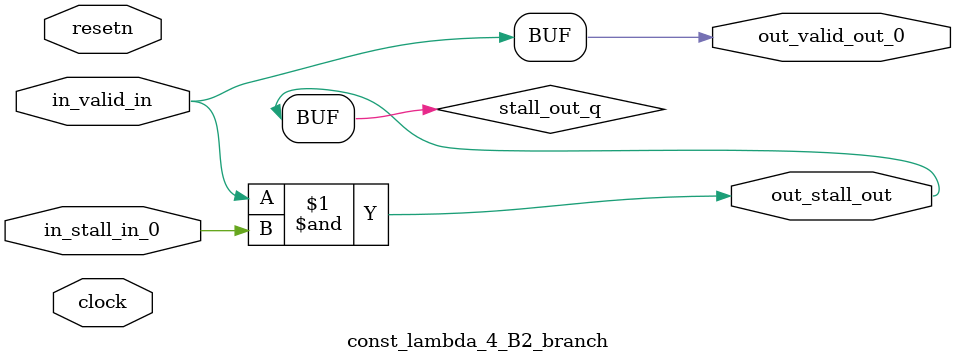
<source format=sv>



(* altera_attribute = "-name AUTO_SHIFT_REGISTER_RECOGNITION OFF; -name MESSAGE_DISABLE 10036; -name MESSAGE_DISABLE 10037; -name MESSAGE_DISABLE 14130; -name MESSAGE_DISABLE 14320; -name MESSAGE_DISABLE 15400; -name MESSAGE_DISABLE 14130; -name MESSAGE_DISABLE 10036; -name MESSAGE_DISABLE 12020; -name MESSAGE_DISABLE 12030; -name MESSAGE_DISABLE 12010; -name MESSAGE_DISABLE 12110; -name MESSAGE_DISABLE 14320; -name MESSAGE_DISABLE 13410; -name MESSAGE_DISABLE 113007; -name MESSAGE_DISABLE 10958" *)
module const_lambda_4_B2_branch (
    input wire [0:0] in_stall_in_0,
    input wire [0:0] in_valid_in,
    output wire [0:0] out_stall_out,
    output wire [0:0] out_valid_out_0,
    input wire clock,
    input wire resetn
    );

    wire [0:0] stall_out_q;
    reg [0:0] rst_sync_rst_sclrn;


    // stall_out(LOGICAL,2)
    assign stall_out_q = in_valid_in & in_stall_in_0;

    // out_stall_out(GPOUT,5)
    assign out_stall_out = stall_out_q;

    // out_valid_out_0(GPOUT,6)
    assign out_valid_out_0 = in_valid_in;

    // rst_sync(RESETSYNC,7)
    acl_reset_handler #(
        .ASYNC_RESET(0),
        .USE_SYNCHRONIZER(1),
        .PULSE_EXTENSION(0),
        .PIPE_DEPTH(3),
        .DUPLICATE(1)
    ) therst_sync (
        .clk(clock),
        .i_resetn(resetn),
        .o_sclrn(rst_sync_rst_sclrn)
    );

endmodule

</source>
